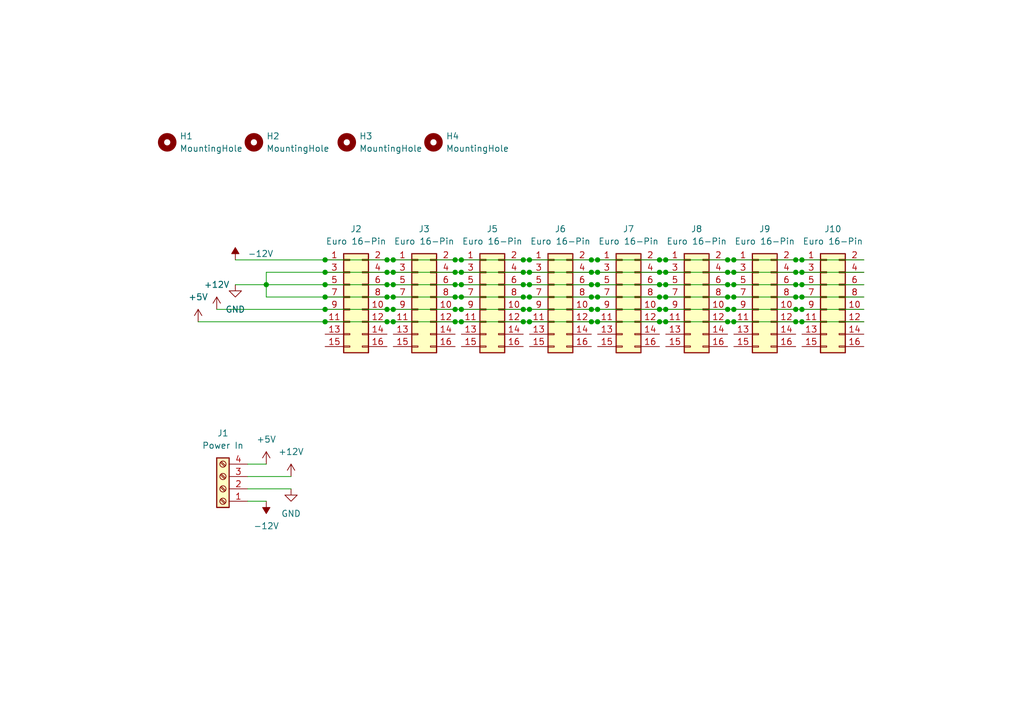
<source format=kicad_sch>
(kicad_sch (version 20211123) (generator eeschema)

  (uuid b7db7524-170e-431c-ba1e-1a5e0cbef8aa)

  (paper "A5")

  (title_block
    (title "Eurorack Bus Board Horizontal")
    (date "2022-11-07")
    (rev "1")
    (company "QuadratClown")
    (comment 1 "Made with focus on shallow skiffs, where each mm additional space matters.")
    (comment 2 "Minimalist eurorack bus-board with horizontal headers.")
  )

  (lib_symbols
    (symbol "Connector:Screw_Terminal_01x04" (pin_names (offset 1.016) hide) (in_bom yes) (on_board yes)
      (property "Reference" "J" (id 0) (at 0 5.08 0)
        (effects (font (size 1.27 1.27)))
      )
      (property "Value" "Screw_Terminal_01x04" (id 1) (at 0 -7.62 0)
        (effects (font (size 1.27 1.27)))
      )
      (property "Footprint" "" (id 2) (at 0 0 0)
        (effects (font (size 1.27 1.27)) hide)
      )
      (property "Datasheet" "~" (id 3) (at 0 0 0)
        (effects (font (size 1.27 1.27)) hide)
      )
      (property "ki_keywords" "screw terminal" (id 4) (at 0 0 0)
        (effects (font (size 1.27 1.27)) hide)
      )
      (property "ki_description" "Generic screw terminal, single row, 01x04, script generated (kicad-library-utils/schlib/autogen/connector/)" (id 5) (at 0 0 0)
        (effects (font (size 1.27 1.27)) hide)
      )
      (property "ki_fp_filters" "TerminalBlock*:*" (id 6) (at 0 0 0)
        (effects (font (size 1.27 1.27)) hide)
      )
      (symbol "Screw_Terminal_01x04_1_1"
        (rectangle (start -1.27 3.81) (end 1.27 -6.35)
          (stroke (width 0.254) (type default) (color 0 0 0 0))
          (fill (type background))
        )
        (circle (center 0 -5.08) (radius 0.635)
          (stroke (width 0.1524) (type default) (color 0 0 0 0))
          (fill (type none))
        )
        (circle (center 0 -2.54) (radius 0.635)
          (stroke (width 0.1524) (type default) (color 0 0 0 0))
          (fill (type none))
        )
        (polyline
          (pts
            (xy -0.5334 -4.7498)
            (xy 0.3302 -5.588)
          )
          (stroke (width 0.1524) (type default) (color 0 0 0 0))
          (fill (type none))
        )
        (polyline
          (pts
            (xy -0.5334 -2.2098)
            (xy 0.3302 -3.048)
          )
          (stroke (width 0.1524) (type default) (color 0 0 0 0))
          (fill (type none))
        )
        (polyline
          (pts
            (xy -0.5334 0.3302)
            (xy 0.3302 -0.508)
          )
          (stroke (width 0.1524) (type default) (color 0 0 0 0))
          (fill (type none))
        )
        (polyline
          (pts
            (xy -0.5334 2.8702)
            (xy 0.3302 2.032)
          )
          (stroke (width 0.1524) (type default) (color 0 0 0 0))
          (fill (type none))
        )
        (polyline
          (pts
            (xy -0.3556 -4.572)
            (xy 0.508 -5.4102)
          )
          (stroke (width 0.1524) (type default) (color 0 0 0 0))
          (fill (type none))
        )
        (polyline
          (pts
            (xy -0.3556 -2.032)
            (xy 0.508 -2.8702)
          )
          (stroke (width 0.1524) (type default) (color 0 0 0 0))
          (fill (type none))
        )
        (polyline
          (pts
            (xy -0.3556 0.508)
            (xy 0.508 -0.3302)
          )
          (stroke (width 0.1524) (type default) (color 0 0 0 0))
          (fill (type none))
        )
        (polyline
          (pts
            (xy -0.3556 3.048)
            (xy 0.508 2.2098)
          )
          (stroke (width 0.1524) (type default) (color 0 0 0 0))
          (fill (type none))
        )
        (circle (center 0 0) (radius 0.635)
          (stroke (width 0.1524) (type default) (color 0 0 0 0))
          (fill (type none))
        )
        (circle (center 0 2.54) (radius 0.635)
          (stroke (width 0.1524) (type default) (color 0 0 0 0))
          (fill (type none))
        )
        (pin passive line (at -5.08 2.54 0) (length 3.81)
          (name "Pin_1" (effects (font (size 1.27 1.27))))
          (number "1" (effects (font (size 1.27 1.27))))
        )
        (pin passive line (at -5.08 0 0) (length 3.81)
          (name "Pin_2" (effects (font (size 1.27 1.27))))
          (number "2" (effects (font (size 1.27 1.27))))
        )
        (pin passive line (at -5.08 -2.54 0) (length 3.81)
          (name "Pin_3" (effects (font (size 1.27 1.27))))
          (number "3" (effects (font (size 1.27 1.27))))
        )
        (pin passive line (at -5.08 -5.08 0) (length 3.81)
          (name "Pin_4" (effects (font (size 1.27 1.27))))
          (number "4" (effects (font (size 1.27 1.27))))
        )
      )
    )
    (symbol "Connector_Generic:Conn_02x08_Odd_Even" (pin_names (offset 1.016) hide) (in_bom yes) (on_board yes)
      (property "Reference" "J" (id 0) (at 1.27 10.16 0)
        (effects (font (size 1.27 1.27)))
      )
      (property "Value" "Conn_02x08_Odd_Even" (id 1) (at 1.27 -12.7 0)
        (effects (font (size 1.27 1.27)))
      )
      (property "Footprint" "" (id 2) (at 0 0 0)
        (effects (font (size 1.27 1.27)) hide)
      )
      (property "Datasheet" "~" (id 3) (at 0 0 0)
        (effects (font (size 1.27 1.27)) hide)
      )
      (property "ki_keywords" "connector" (id 4) (at 0 0 0)
        (effects (font (size 1.27 1.27)) hide)
      )
      (property "ki_description" "Generic connector, double row, 02x08, odd/even pin numbering scheme (row 1 odd numbers, row 2 even numbers), script generated (kicad-library-utils/schlib/autogen/connector/)" (id 5) (at 0 0 0)
        (effects (font (size 1.27 1.27)) hide)
      )
      (property "ki_fp_filters" "Connector*:*_2x??_*" (id 6) (at 0 0 0)
        (effects (font (size 1.27 1.27)) hide)
      )
      (symbol "Conn_02x08_Odd_Even_1_1"
        (rectangle (start -1.27 -10.033) (end 0 -10.287)
          (stroke (width 0.1524) (type default) (color 0 0 0 0))
          (fill (type none))
        )
        (rectangle (start -1.27 -7.493) (end 0 -7.747)
          (stroke (width 0.1524) (type default) (color 0 0 0 0))
          (fill (type none))
        )
        (rectangle (start -1.27 -4.953) (end 0 -5.207)
          (stroke (width 0.1524) (type default) (color 0 0 0 0))
          (fill (type none))
        )
        (rectangle (start -1.27 -2.413) (end 0 -2.667)
          (stroke (width 0.1524) (type default) (color 0 0 0 0))
          (fill (type none))
        )
        (rectangle (start -1.27 0.127) (end 0 -0.127)
          (stroke (width 0.1524) (type default) (color 0 0 0 0))
          (fill (type none))
        )
        (rectangle (start -1.27 2.667) (end 0 2.413)
          (stroke (width 0.1524) (type default) (color 0 0 0 0))
          (fill (type none))
        )
        (rectangle (start -1.27 5.207) (end 0 4.953)
          (stroke (width 0.1524) (type default) (color 0 0 0 0))
          (fill (type none))
        )
        (rectangle (start -1.27 7.747) (end 0 7.493)
          (stroke (width 0.1524) (type default) (color 0 0 0 0))
          (fill (type none))
        )
        (rectangle (start -1.27 8.89) (end 3.81 -11.43)
          (stroke (width 0.254) (type default) (color 0 0 0 0))
          (fill (type background))
        )
        (rectangle (start 3.81 -10.033) (end 2.54 -10.287)
          (stroke (width 0.1524) (type default) (color 0 0 0 0))
          (fill (type none))
        )
        (rectangle (start 3.81 -7.493) (end 2.54 -7.747)
          (stroke (width 0.1524) (type default) (color 0 0 0 0))
          (fill (type none))
        )
        (rectangle (start 3.81 -4.953) (end 2.54 -5.207)
          (stroke (width 0.1524) (type default) (color 0 0 0 0))
          (fill (type none))
        )
        (rectangle (start 3.81 -2.413) (end 2.54 -2.667)
          (stroke (width 0.1524) (type default) (color 0 0 0 0))
          (fill (type none))
        )
        (rectangle (start 3.81 0.127) (end 2.54 -0.127)
          (stroke (width 0.1524) (type default) (color 0 0 0 0))
          (fill (type none))
        )
        (rectangle (start 3.81 2.667) (end 2.54 2.413)
          (stroke (width 0.1524) (type default) (color 0 0 0 0))
          (fill (type none))
        )
        (rectangle (start 3.81 5.207) (end 2.54 4.953)
          (stroke (width 0.1524) (type default) (color 0 0 0 0))
          (fill (type none))
        )
        (rectangle (start 3.81 7.747) (end 2.54 7.493)
          (stroke (width 0.1524) (type default) (color 0 0 0 0))
          (fill (type none))
        )
        (pin passive line (at -5.08 7.62 0) (length 3.81)
          (name "Pin_1" (effects (font (size 1.27 1.27))))
          (number "1" (effects (font (size 1.27 1.27))))
        )
        (pin passive line (at 7.62 -2.54 180) (length 3.81)
          (name "Pin_10" (effects (font (size 1.27 1.27))))
          (number "10" (effects (font (size 1.27 1.27))))
        )
        (pin passive line (at -5.08 -5.08 0) (length 3.81)
          (name "Pin_11" (effects (font (size 1.27 1.27))))
          (number "11" (effects (font (size 1.27 1.27))))
        )
        (pin passive line (at 7.62 -5.08 180) (length 3.81)
          (name "Pin_12" (effects (font (size 1.27 1.27))))
          (number "12" (effects (font (size 1.27 1.27))))
        )
        (pin passive line (at -5.08 -7.62 0) (length 3.81)
          (name "Pin_13" (effects (font (size 1.27 1.27))))
          (number "13" (effects (font (size 1.27 1.27))))
        )
        (pin passive line (at 7.62 -7.62 180) (length 3.81)
          (name "Pin_14" (effects (font (size 1.27 1.27))))
          (number "14" (effects (font (size 1.27 1.27))))
        )
        (pin passive line (at -5.08 -10.16 0) (length 3.81)
          (name "Pin_15" (effects (font (size 1.27 1.27))))
          (number "15" (effects (font (size 1.27 1.27))))
        )
        (pin passive line (at 7.62 -10.16 180) (length 3.81)
          (name "Pin_16" (effects (font (size 1.27 1.27))))
          (number "16" (effects (font (size 1.27 1.27))))
        )
        (pin passive line (at 7.62 7.62 180) (length 3.81)
          (name "Pin_2" (effects (font (size 1.27 1.27))))
          (number "2" (effects (font (size 1.27 1.27))))
        )
        (pin passive line (at -5.08 5.08 0) (length 3.81)
          (name "Pin_3" (effects (font (size 1.27 1.27))))
          (number "3" (effects (font (size 1.27 1.27))))
        )
        (pin passive line (at 7.62 5.08 180) (length 3.81)
          (name "Pin_4" (effects (font (size 1.27 1.27))))
          (number "4" (effects (font (size 1.27 1.27))))
        )
        (pin passive line (at -5.08 2.54 0) (length 3.81)
          (name "Pin_5" (effects (font (size 1.27 1.27))))
          (number "5" (effects (font (size 1.27 1.27))))
        )
        (pin passive line (at 7.62 2.54 180) (length 3.81)
          (name "Pin_6" (effects (font (size 1.27 1.27))))
          (number "6" (effects (font (size 1.27 1.27))))
        )
        (pin passive line (at -5.08 0 0) (length 3.81)
          (name "Pin_7" (effects (font (size 1.27 1.27))))
          (number "7" (effects (font (size 1.27 1.27))))
        )
        (pin passive line (at 7.62 0 180) (length 3.81)
          (name "Pin_8" (effects (font (size 1.27 1.27))))
          (number "8" (effects (font (size 1.27 1.27))))
        )
        (pin passive line (at -5.08 -2.54 0) (length 3.81)
          (name "Pin_9" (effects (font (size 1.27 1.27))))
          (number "9" (effects (font (size 1.27 1.27))))
        )
      )
    )
    (symbol "Mechanical:MountingHole" (pin_names (offset 1.016)) (in_bom yes) (on_board yes)
      (property "Reference" "H" (id 0) (at 0 5.08 0)
        (effects (font (size 1.27 1.27)))
      )
      (property "Value" "MountingHole" (id 1) (at 0 3.175 0)
        (effects (font (size 1.27 1.27)))
      )
      (property "Footprint" "" (id 2) (at 0 0 0)
        (effects (font (size 1.27 1.27)) hide)
      )
      (property "Datasheet" "~" (id 3) (at 0 0 0)
        (effects (font (size 1.27 1.27)) hide)
      )
      (property "ki_keywords" "mounting hole" (id 4) (at 0 0 0)
        (effects (font (size 1.27 1.27)) hide)
      )
      (property "ki_description" "Mounting Hole without connection" (id 5) (at 0 0 0)
        (effects (font (size 1.27 1.27)) hide)
      )
      (property "ki_fp_filters" "MountingHole*" (id 6) (at 0 0 0)
        (effects (font (size 1.27 1.27)) hide)
      )
      (symbol "MountingHole_0_1"
        (circle (center 0 0) (radius 1.27)
          (stroke (width 1.27) (type default) (color 0 0 0 0))
          (fill (type none))
        )
      )
    )
    (symbol "power:+12V" (power) (pin_names (offset 0)) (in_bom yes) (on_board yes)
      (property "Reference" "#PWR" (id 0) (at 0 -3.81 0)
        (effects (font (size 1.27 1.27)) hide)
      )
      (property "Value" "+12V" (id 1) (at 0 3.556 0)
        (effects (font (size 1.27 1.27)))
      )
      (property "Footprint" "" (id 2) (at 0 0 0)
        (effects (font (size 1.27 1.27)) hide)
      )
      (property "Datasheet" "" (id 3) (at 0 0 0)
        (effects (font (size 1.27 1.27)) hide)
      )
      (property "ki_keywords" "power-flag" (id 4) (at 0 0 0)
        (effects (font (size 1.27 1.27)) hide)
      )
      (property "ki_description" "Power symbol creates a global label with name \"+12V\"" (id 5) (at 0 0 0)
        (effects (font (size 1.27 1.27)) hide)
      )
      (symbol "+12V_0_1"
        (polyline
          (pts
            (xy -0.762 1.27)
            (xy 0 2.54)
          )
          (stroke (width 0) (type default) (color 0 0 0 0))
          (fill (type none))
        )
        (polyline
          (pts
            (xy 0 0)
            (xy 0 2.54)
          )
          (stroke (width 0) (type default) (color 0 0 0 0))
          (fill (type none))
        )
        (polyline
          (pts
            (xy 0 2.54)
            (xy 0.762 1.27)
          )
          (stroke (width 0) (type default) (color 0 0 0 0))
          (fill (type none))
        )
      )
      (symbol "+12V_1_1"
        (pin power_in line (at 0 0 90) (length 0) hide
          (name "+12V" (effects (font (size 1.27 1.27))))
          (number "1" (effects (font (size 1.27 1.27))))
        )
      )
    )
    (symbol "power:+5V" (power) (pin_names (offset 0)) (in_bom yes) (on_board yes)
      (property "Reference" "#PWR" (id 0) (at 0 -3.81 0)
        (effects (font (size 1.27 1.27)) hide)
      )
      (property "Value" "+5V" (id 1) (at 0 3.556 0)
        (effects (font (size 1.27 1.27)))
      )
      (property "Footprint" "" (id 2) (at 0 0 0)
        (effects (font (size 1.27 1.27)) hide)
      )
      (property "Datasheet" "" (id 3) (at 0 0 0)
        (effects (font (size 1.27 1.27)) hide)
      )
      (property "ki_keywords" "power-flag" (id 4) (at 0 0 0)
        (effects (font (size 1.27 1.27)) hide)
      )
      (property "ki_description" "Power symbol creates a global label with name \"+5V\"" (id 5) (at 0 0 0)
        (effects (font (size 1.27 1.27)) hide)
      )
      (symbol "+5V_0_1"
        (polyline
          (pts
            (xy -0.762 1.27)
            (xy 0 2.54)
          )
          (stroke (width 0) (type default) (color 0 0 0 0))
          (fill (type none))
        )
        (polyline
          (pts
            (xy 0 0)
            (xy 0 2.54)
          )
          (stroke (width 0) (type default) (color 0 0 0 0))
          (fill (type none))
        )
        (polyline
          (pts
            (xy 0 2.54)
            (xy 0.762 1.27)
          )
          (stroke (width 0) (type default) (color 0 0 0 0))
          (fill (type none))
        )
      )
      (symbol "+5V_1_1"
        (pin power_in line (at 0 0 90) (length 0) hide
          (name "+5V" (effects (font (size 1.27 1.27))))
          (number "1" (effects (font (size 1.27 1.27))))
        )
      )
    )
    (symbol "power:-12V" (power) (pin_names (offset 0)) (in_bom yes) (on_board yes)
      (property "Reference" "#PWR" (id 0) (at 0 2.54 0)
        (effects (font (size 1.27 1.27)) hide)
      )
      (property "Value" "-12V" (id 1) (at 0 3.81 0)
        (effects (font (size 1.27 1.27)))
      )
      (property "Footprint" "" (id 2) (at 0 0 0)
        (effects (font (size 1.27 1.27)) hide)
      )
      (property "Datasheet" "" (id 3) (at 0 0 0)
        (effects (font (size 1.27 1.27)) hide)
      )
      (property "ki_keywords" "power-flag" (id 4) (at 0 0 0)
        (effects (font (size 1.27 1.27)) hide)
      )
      (property "ki_description" "Power symbol creates a global label with name \"-12V\"" (id 5) (at 0 0 0)
        (effects (font (size 1.27 1.27)) hide)
      )
      (symbol "-12V_0_0"
        (pin power_in line (at 0 0 90) (length 0) hide
          (name "-12V" (effects (font (size 1.27 1.27))))
          (number "1" (effects (font (size 1.27 1.27))))
        )
      )
      (symbol "-12V_0_1"
        (polyline
          (pts
            (xy 0 0)
            (xy 0 1.27)
            (xy 0.762 1.27)
            (xy 0 2.54)
            (xy -0.762 1.27)
            (xy 0 1.27)
          )
          (stroke (width 0) (type default) (color 0 0 0 0))
          (fill (type outline))
        )
      )
    )
    (symbol "power:GND" (power) (pin_names (offset 0)) (in_bom yes) (on_board yes)
      (property "Reference" "#PWR" (id 0) (at 0 -6.35 0)
        (effects (font (size 1.27 1.27)) hide)
      )
      (property "Value" "GND" (id 1) (at 0 -3.81 0)
        (effects (font (size 1.27 1.27)))
      )
      (property "Footprint" "" (id 2) (at 0 0 0)
        (effects (font (size 1.27 1.27)) hide)
      )
      (property "Datasheet" "" (id 3) (at 0 0 0)
        (effects (font (size 1.27 1.27)) hide)
      )
      (property "ki_keywords" "power-flag" (id 4) (at 0 0 0)
        (effects (font (size 1.27 1.27)) hide)
      )
      (property "ki_description" "Power symbol creates a global label with name \"GND\" , ground" (id 5) (at 0 0 0)
        (effects (font (size 1.27 1.27)) hide)
      )
      (symbol "GND_0_1"
        (polyline
          (pts
            (xy 0 0)
            (xy 0 -1.27)
            (xy 1.27 -1.27)
            (xy 0 -2.54)
            (xy -1.27 -1.27)
            (xy 0 -1.27)
          )
          (stroke (width 0) (type default) (color 0 0 0 0))
          (fill (type none))
        )
      )
      (symbol "GND_1_1"
        (pin power_in line (at 0 0 270) (length 0) hide
          (name "GND" (effects (font (size 1.27 1.27))))
          (number "1" (effects (font (size 1.27 1.27))))
        )
      )
    )
  )

  (junction (at 149.225 66.04) (diameter 0) (color 0 0 0 0)
    (uuid 0545fc61-f228-4235-8bc3-9d87832cc895)
  )
  (junction (at 93.345 60.96) (diameter 0) (color 0 0 0 0)
    (uuid 056244b4-782b-4b6e-ba90-d2e1511d2219)
  )
  (junction (at 122.555 58.42) (diameter 0) (color 0 0 0 0)
    (uuid 05c541dc-d538-4067-99f1-aa40a5f19ec7)
  )
  (junction (at 121.285 66.04) (diameter 0) (color 0 0 0 0)
    (uuid 0ab5c60b-f9f7-4738-88d3-4b5882a49dea)
  )
  (junction (at 108.585 60.96) (diameter 0) (color 0 0 0 0)
    (uuid 0ae08582-466e-429b-a75e-dd2defdcf77f)
  )
  (junction (at 108.585 55.88) (diameter 0) (color 0 0 0 0)
    (uuid 0b364baa-c7d8-4ec4-935f-5162df8142b1)
  )
  (junction (at 122.555 60.96) (diameter 0) (color 0 0 0 0)
    (uuid 0bd80521-391a-44c7-bdc8-267122344817)
  )
  (junction (at 163.195 53.34) (diameter 0) (color 0 0 0 0)
    (uuid 0da646d6-18be-427b-bc99-661242c18bcb)
  )
  (junction (at 108.585 53.34) (diameter 0) (color 0 0 0 0)
    (uuid 0f0b90ed-ded0-4d03-90ce-6fee61ad0de8)
  )
  (junction (at 121.285 60.96) (diameter 0) (color 0 0 0 0)
    (uuid 11c66d9d-29df-4145-8f3c-37baa7d8983f)
  )
  (junction (at 135.255 63.5) (diameter 0) (color 0 0 0 0)
    (uuid 1276d934-8177-4be4-bcd5-a48ef615db4e)
  )
  (junction (at 79.375 60.96) (diameter 0) (color 0 0 0 0)
    (uuid 1cbc8570-6077-4a0c-8f74-7bf0dc51b0ae)
  )
  (junction (at 107.315 53.34) (diameter 0) (color 0 0 0 0)
    (uuid 21f94ac2-c128-4a36-829e-c5b8497f7f58)
  )
  (junction (at 107.315 60.96) (diameter 0) (color 0 0 0 0)
    (uuid 261046f5-8dea-4dbe-bbc8-b5ca6e29690d)
  )
  (junction (at 121.285 58.42) (diameter 0) (color 0 0 0 0)
    (uuid 2bcd7c1c-f822-4cce-9481-45c3fd4ab47d)
  )
  (junction (at 107.315 58.42) (diameter 0) (color 0 0 0 0)
    (uuid 3c293e50-723e-4511-9916-daa1b88b2a2b)
  )
  (junction (at 164.465 60.96) (diameter 0) (color 0 0 0 0)
    (uuid 3cdba548-b83f-473b-9060-576f47a5187e)
  )
  (junction (at 93.345 63.5) (diameter 0) (color 0 0 0 0)
    (uuid 3e63b5c7-14de-4e31-a7e1-50ccf12fab0c)
  )
  (junction (at 150.495 53.34) (diameter 0) (color 0 0 0 0)
    (uuid 42e40ec8-0296-44c3-ac34-e9ea6e82fd23)
  )
  (junction (at 136.525 55.88) (diameter 0) (color 0 0 0 0)
    (uuid 42e8582d-4831-4084-882c-57358edfacbd)
  )
  (junction (at 107.315 55.88) (diameter 0) (color 0 0 0 0)
    (uuid 4a060b2b-eb0e-4365-92d8-633215f475f1)
  )
  (junction (at 54.61 58.42) (diameter 0) (color 0 0 0 0)
    (uuid 4a71ca1d-8c98-4925-8587-b3d5cf0c6c96)
  )
  (junction (at 107.315 66.04) (diameter 0) (color 0 0 0 0)
    (uuid 4f879516-4a84-4db3-be92-c685d5e5a4dc)
  )
  (junction (at 93.345 58.42) (diameter 0) (color 0 0 0 0)
    (uuid 5071d3d8-892e-443f-a709-e0be394922d4)
  )
  (junction (at 66.675 55.88) (diameter 0) (color 0 0 0 0)
    (uuid 51685e16-c56a-4107-90b9-fc766dfc16ef)
  )
  (junction (at 136.525 58.42) (diameter 0) (color 0 0 0 0)
    (uuid 5245e777-447b-4a1d-8d9f-f47bcc30d4d2)
  )
  (junction (at 149.225 58.42) (diameter 0) (color 0 0 0 0)
    (uuid 55798b22-2a23-4e49-adaa-084d23016643)
  )
  (junction (at 79.375 66.04) (diameter 0) (color 0 0 0 0)
    (uuid 55f71824-993f-4635-95ce-cf24f6c6cd14)
  )
  (junction (at 121.285 53.34) (diameter 0) (color 0 0 0 0)
    (uuid 57202f5b-3e57-4803-8e0a-3050d97b89ae)
  )
  (junction (at 94.615 60.96) (diameter 0) (color 0 0 0 0)
    (uuid 58e06722-d1b6-4ec5-9aa8-9408e5d24865)
  )
  (junction (at 135.255 66.04) (diameter 0) (color 0 0 0 0)
    (uuid 5bf5f0b9-31aa-4be1-ae8c-03f29ee958fb)
  )
  (junction (at 80.645 55.88) (diameter 0) (color 0 0 0 0)
    (uuid 5c11c0b6-5520-4261-975b-5ea40312d9b2)
  )
  (junction (at 150.495 55.88) (diameter 0) (color 0 0 0 0)
    (uuid 60031a4a-1c45-4b8a-8428-66343d3551b6)
  )
  (junction (at 94.615 53.34) (diameter 0) (color 0 0 0 0)
    (uuid 629f6c6a-43bc-41ea-855f-577b7362e0ff)
  )
  (junction (at 163.195 58.42) (diameter 0) (color 0 0 0 0)
    (uuid 62ea78c8-add7-48e7-ab9d-acf53503489b)
  )
  (junction (at 93.345 53.34) (diameter 0) (color 0 0 0 0)
    (uuid 64420f99-9dfc-492c-a163-3ae4d1ee0e20)
  )
  (junction (at 135.255 58.42) (diameter 0) (color 0 0 0 0)
    (uuid 65bf3158-f475-4592-ad02-c7c9a5d1cbdc)
  )
  (junction (at 136.525 66.04) (diameter 0) (color 0 0 0 0)
    (uuid 69a84ad1-e1c3-4e6d-9f6c-70c2f008672c)
  )
  (junction (at 94.615 58.42) (diameter 0) (color 0 0 0 0)
    (uuid 6b0610f9-1d74-410f-ab18-6addec834c53)
  )
  (junction (at 164.465 58.42) (diameter 0) (color 0 0 0 0)
    (uuid 6ef8fcea-ae3f-4a59-8c05-9aa88922e192)
  )
  (junction (at 66.675 66.04) (diameter 0) (color 0 0 0 0)
    (uuid 719dc594-19a8-4f69-9582-555fea3d2178)
  )
  (junction (at 80.645 58.42) (diameter 0) (color 0 0 0 0)
    (uuid 72e00d4c-8fb4-4fb3-a322-bd8c560bcb30)
  )
  (junction (at 79.375 53.34) (diameter 0) (color 0 0 0 0)
    (uuid 78ce68a0-5e44-4238-ad5c-d88afb66ecaa)
  )
  (junction (at 66.675 63.5) (diameter 0) (color 0 0 0 0)
    (uuid 7d329339-c275-43da-88e5-137ba7fc8af7)
  )
  (junction (at 150.495 60.96) (diameter 0) (color 0 0 0 0)
    (uuid 7d707a3f-9fa0-406b-aff7-46b0db7135d6)
  )
  (junction (at 163.195 55.88) (diameter 0) (color 0 0 0 0)
    (uuid 8351044c-e84a-4cd9-ac75-1ae325febe18)
  )
  (junction (at 163.195 63.5) (diameter 0) (color 0 0 0 0)
    (uuid 86440a01-cfbd-4a9f-b4a3-a087f5869b00)
  )
  (junction (at 149.225 53.34) (diameter 0) (color 0 0 0 0)
    (uuid 8a3693a5-cd57-4098-9bf1-54ef0d6aa640)
  )
  (junction (at 93.345 66.04) (diameter 0) (color 0 0 0 0)
    (uuid 97ef68f0-8db2-4c99-a3f1-cc4010fe9a8f)
  )
  (junction (at 135.255 60.96) (diameter 0) (color 0 0 0 0)
    (uuid 9a32b665-40c9-4136-ac1a-ca9a831bf1b1)
  )
  (junction (at 108.585 58.42) (diameter 0) (color 0 0 0 0)
    (uuid 9b74bde7-310a-4f1f-9d7f-fff22234e2eb)
  )
  (junction (at 164.465 66.04) (diameter 0) (color 0 0 0 0)
    (uuid a2c7eb8b-7145-4868-b7bc-0e548f0ae1ea)
  )
  (junction (at 149.225 55.88) (diameter 0) (color 0 0 0 0)
    (uuid a3b85fa0-3359-488d-9201-f52ffc87826d)
  )
  (junction (at 66.675 53.34) (diameter 0) (color 0 0 0 0)
    (uuid a6cad993-2422-4364-8096-2078a759cb6f)
  )
  (junction (at 80.645 60.96) (diameter 0) (color 0 0 0 0)
    (uuid a773a48b-759f-4a00-a8ce-62545eb66340)
  )
  (junction (at 79.375 63.5) (diameter 0) (color 0 0 0 0)
    (uuid ae7abede-f5ae-426b-af4f-404a88f1176d)
  )
  (junction (at 149.225 60.96) (diameter 0) (color 0 0 0 0)
    (uuid b0528915-ccd1-4439-aa8e-db0336d28bbe)
  )
  (junction (at 94.615 66.04) (diameter 0) (color 0 0 0 0)
    (uuid b0e86935-ed76-4e94-94c4-17425f653ccd)
  )
  (junction (at 93.345 55.88) (diameter 0) (color 0 0 0 0)
    (uuid b1133c1f-a1d0-41f5-abf6-837f50722d8b)
  )
  (junction (at 66.675 60.96) (diameter 0) (color 0 0 0 0)
    (uuid b2d3961c-eec5-4e74-8c6e-4a45feaef9f0)
  )
  (junction (at 136.525 63.5) (diameter 0) (color 0 0 0 0)
    (uuid b3004e21-bdee-45e0-9bb9-6657b3e63491)
  )
  (junction (at 135.255 55.88) (diameter 0) (color 0 0 0 0)
    (uuid b58466f9-63e4-45d7-89ec-ed59375ccba7)
  )
  (junction (at 122.555 55.88) (diameter 0) (color 0 0 0 0)
    (uuid ba49aa8d-3a4e-406d-91bb-8e5b2767d41e)
  )
  (junction (at 163.195 60.96) (diameter 0) (color 0 0 0 0)
    (uuid c103a26c-c04b-4d02-ad3f-04855e4b29db)
  )
  (junction (at 94.615 63.5) (diameter 0) (color 0 0 0 0)
    (uuid c13eeda9-9f3f-4d4f-a5f2-c6a0b8d52b92)
  )
  (junction (at 94.615 55.88) (diameter 0) (color 0 0 0 0)
    (uuid c3bd56a4-c888-4a4b-9f67-4af2594df38f)
  )
  (junction (at 80.645 63.5) (diameter 0) (color 0 0 0 0)
    (uuid c910ab7b-420f-4ee6-aa58-36540e1fb0de)
  )
  (junction (at 135.255 53.34) (diameter 0) (color 0 0 0 0)
    (uuid ced1e918-788c-47f1-93c2-db5382a21ba4)
  )
  (junction (at 149.225 63.5) (diameter 0) (color 0 0 0 0)
    (uuid d2ffd12e-d1d5-4ea7-be1f-915519e8d95a)
  )
  (junction (at 107.315 63.5) (diameter 0) (color 0 0 0 0)
    (uuid d3e52c7e-abac-4070-a6f8-5f3e79c3c363)
  )
  (junction (at 79.375 55.88) (diameter 0) (color 0 0 0 0)
    (uuid d7e1fb39-a384-4fdb-b1a8-33f80f17ec2f)
  )
  (junction (at 136.525 53.34) (diameter 0) (color 0 0 0 0)
    (uuid d87527bd-6b42-40f2-ad7e-852c3e75fc72)
  )
  (junction (at 79.375 58.42) (diameter 0) (color 0 0 0 0)
    (uuid d8c1a070-d8d0-4eba-80bd-400972266c26)
  )
  (junction (at 121.285 55.88) (diameter 0) (color 0 0 0 0)
    (uuid d96880e0-3d77-49a6-9b93-849cce24062a)
  )
  (junction (at 122.555 66.04) (diameter 0) (color 0 0 0 0)
    (uuid dcf7d5aa-370e-427e-a1d8-cde3f6ca22cc)
  )
  (junction (at 164.465 53.34) (diameter 0) (color 0 0 0 0)
    (uuid dd567cc3-5227-4163-868a-1d6b8fef82bc)
  )
  (junction (at 164.465 55.88) (diameter 0) (color 0 0 0 0)
    (uuid de635956-5ff0-4df9-b5ff-7b3fc1ef0758)
  )
  (junction (at 122.555 63.5) (diameter 0) (color 0 0 0 0)
    (uuid de670660-555f-4955-9c2d-01f7d34b2405)
  )
  (junction (at 121.285 63.5) (diameter 0) (color 0 0 0 0)
    (uuid e24a861d-b263-43da-8c68-91b90f780465)
  )
  (junction (at 108.585 66.04) (diameter 0) (color 0 0 0 0)
    (uuid e36c9dbb-2c27-4d90-9df0-40de86b0b405)
  )
  (junction (at 122.555 53.34) (diameter 0) (color 0 0 0 0)
    (uuid e952322a-7f1d-4442-b2cb-200851adc97a)
  )
  (junction (at 164.465 63.5) (diameter 0) (color 0 0 0 0)
    (uuid e9b877c3-a9e9-4e73-9b33-4ae50599a574)
  )
  (junction (at 80.645 66.04) (diameter 0) (color 0 0 0 0)
    (uuid ea91e57d-a40b-43b5-b37a-e1118f9ee3eb)
  )
  (junction (at 150.495 63.5) (diameter 0) (color 0 0 0 0)
    (uuid eab45b64-b311-4b0c-928a-6b28cdd0ac00)
  )
  (junction (at 136.525 60.96) (diameter 0) (color 0 0 0 0)
    (uuid ef57cfb9-1220-4106-9f4b-c7611d652afc)
  )
  (junction (at 66.675 58.42) (diameter 0) (color 0 0 0 0)
    (uuid efdfffb5-7fd6-4f6e-a2c3-327b8a83b21d)
  )
  (junction (at 150.495 66.04) (diameter 0) (color 0 0 0 0)
    (uuid f1aae210-6cea-4ff7-94cd-264fb03a72ec)
  )
  (junction (at 150.495 58.42) (diameter 0) (color 0 0 0 0)
    (uuid f1f50e08-5c70-48cb-8890-1c091e74d407)
  )
  (junction (at 108.585 63.5) (diameter 0) (color 0 0 0 0)
    (uuid f63ddd7f-200c-4b14-90ba-d61651ad9914)
  )
  (junction (at 163.195 66.04) (diameter 0) (color 0 0 0 0)
    (uuid faca2853-79b6-4777-870c-63555907dcc2)
  )
  (junction (at 80.645 53.34) (diameter 0) (color 0 0 0 0)
    (uuid fc817989-50d8-4555-93c5-695c9d3be834)
  )

  (wire (pts (xy 164.465 60.96) (xy 163.195 60.96))
    (stroke (width 0) (type default) (color 0 0 0 0))
    (uuid 02052122-df80-4c45-9127-1b078d47994b)
  )
  (wire (pts (xy 93.345 55.88) (xy 94.615 55.88))
    (stroke (width 0) (type default) (color 0 0 0 0))
    (uuid 03268d63-11ef-442a-9ae1-385f65e666f1)
  )
  (wire (pts (xy 108.585 66.04) (xy 121.285 66.04))
    (stroke (width 0) (type default) (color 0 0 0 0))
    (uuid 04e66afc-2478-400e-8192-acc6b0c4d6f4)
  )
  (wire (pts (xy 108.585 55.88) (xy 121.285 55.88))
    (stroke (width 0) (type default) (color 0 0 0 0))
    (uuid 05f6e117-82c0-49d2-8d7f-0867c8c5745e)
  )
  (wire (pts (xy 107.315 66.04) (xy 108.585 66.04))
    (stroke (width 0) (type default) (color 0 0 0 0))
    (uuid 06cdea42-f8e7-4fba-861e-5784ac600110)
  )
  (wire (pts (xy 66.675 58.42) (xy 79.375 58.42))
    (stroke (width 0) (type default) (color 0 0 0 0))
    (uuid 0a93ce2d-b10a-4c7e-910c-cfb711b278f1)
  )
  (wire (pts (xy 50.8 97.79) (xy 59.69 97.79))
    (stroke (width 0) (type default) (color 0 0 0 0))
    (uuid 0b11c468-369b-42d3-a92e-52a78f170fac)
  )
  (wire (pts (xy 93.345 60.96) (xy 94.615 60.96))
    (stroke (width 0) (type default) (color 0 0 0 0))
    (uuid 0b3b09e8-f07a-4562-a7fe-4fdb5ea047a2)
  )
  (wire (pts (xy 80.645 53.34) (xy 93.345 53.34))
    (stroke (width 0) (type default) (color 0 0 0 0))
    (uuid 0d21437b-335a-4e6e-b5fb-92664c20f46f)
  )
  (wire (pts (xy 93.345 66.04) (xy 94.615 66.04))
    (stroke (width 0) (type default) (color 0 0 0 0))
    (uuid 0fda579c-5ab1-4b53-8566-d9aea004e061)
  )
  (wire (pts (xy 94.615 58.42) (xy 107.315 58.42))
    (stroke (width 0) (type default) (color 0 0 0 0))
    (uuid 108d9010-1707-45cd-81a1-868ef160cb3d)
  )
  (wire (pts (xy 94.615 63.5) (xy 107.315 63.5))
    (stroke (width 0) (type default) (color 0 0 0 0))
    (uuid 126e108a-6822-4eae-a718-658f40b8727f)
  )
  (wire (pts (xy 79.375 66.04) (xy 80.645 66.04))
    (stroke (width 0) (type default) (color 0 0 0 0))
    (uuid 13dc572b-a931-4dcf-a0c6-86219266109c)
  )
  (wire (pts (xy 48.26 58.42) (xy 54.61 58.42))
    (stroke (width 0) (type default) (color 0 0 0 0))
    (uuid 17e8c07e-a4cf-4384-9b6e-78e475c69b7a)
  )
  (wire (pts (xy 107.315 60.96) (xy 108.585 60.96))
    (stroke (width 0) (type default) (color 0 0 0 0))
    (uuid 1c23bf0f-1b05-49d8-8d9b-9a73006b2825)
  )
  (wire (pts (xy 66.675 58.42) (xy 54.61 58.42))
    (stroke (width 0) (type default) (color 0 0 0 0))
    (uuid 1cbc75ad-0602-45e5-a982-f39546075ae3)
  )
  (wire (pts (xy 135.255 60.96) (xy 136.525 60.96))
    (stroke (width 0) (type default) (color 0 0 0 0))
    (uuid 1dae2a25-9283-4abc-bff3-90644c0af916)
  )
  (wire (pts (xy 164.465 55.88) (xy 177.165 55.88))
    (stroke (width 0) (type default) (color 0 0 0 0))
    (uuid 2200e5a0-ad32-45de-bd02-ae4667fd8e27)
  )
  (wire (pts (xy 93.345 63.5) (xy 94.615 63.5))
    (stroke (width 0) (type default) (color 0 0 0 0))
    (uuid 25ea83d7-14e4-4d7a-ac9d-7a9505f19f16)
  )
  (wire (pts (xy 136.525 53.34) (xy 149.225 53.34))
    (stroke (width 0) (type default) (color 0 0 0 0))
    (uuid 2b0701f4-e387-4b83-9097-acaf5c02fe0f)
  )
  (wire (pts (xy 121.285 63.5) (xy 122.555 63.5))
    (stroke (width 0) (type default) (color 0 0 0 0))
    (uuid 2ed7eb1a-7e7e-4013-a754-41fc54eb2207)
  )
  (wire (pts (xy 150.495 60.96) (xy 163.195 60.96))
    (stroke (width 0) (type default) (color 0 0 0 0))
    (uuid 34a2aab7-f10a-441d-a6de-4d5f10c88d88)
  )
  (wire (pts (xy 164.465 66.04) (xy 177.165 66.04))
    (stroke (width 0) (type default) (color 0 0 0 0))
    (uuid 3ab83006-e664-4504-8302-c07a9a41dfc6)
  )
  (wire (pts (xy 136.525 58.42) (xy 149.225 58.42))
    (stroke (width 0) (type default) (color 0 0 0 0))
    (uuid 3e6e6026-42a3-4691-a6bf-a487709dd358)
  )
  (wire (pts (xy 66.675 66.04) (xy 79.375 66.04))
    (stroke (width 0) (type default) (color 0 0 0 0))
    (uuid 40eaff6c-653d-42ee-b221-75349f562e91)
  )
  (wire (pts (xy 122.555 63.5) (xy 135.255 63.5))
    (stroke (width 0) (type default) (color 0 0 0 0))
    (uuid 42bcf45d-4fc1-4391-97f9-26031aa2dd56)
  )
  (wire (pts (xy 164.465 58.42) (xy 177.165 58.42))
    (stroke (width 0) (type default) (color 0 0 0 0))
    (uuid 466afe3c-f226-4bb3-8a39-10727798d82e)
  )
  (wire (pts (xy 121.285 66.04) (xy 122.555 66.04))
    (stroke (width 0) (type default) (color 0 0 0 0))
    (uuid 486c59d5-eb06-4d8c-83c7-28a3e43fd4da)
  )
  (wire (pts (xy 79.375 55.88) (xy 80.645 55.88))
    (stroke (width 0) (type default) (color 0 0 0 0))
    (uuid 4b8799aa-9a1f-4878-86b9-52691b137193)
  )
  (wire (pts (xy 107.315 53.34) (xy 108.585 53.34))
    (stroke (width 0) (type default) (color 0 0 0 0))
    (uuid 4ccc6398-b1dc-4b42-91e9-3d7dd2c5b9e9)
  )
  (wire (pts (xy 164.465 63.5) (xy 177.165 63.5))
    (stroke (width 0) (type default) (color 0 0 0 0))
    (uuid 533840b0-333f-4ce2-888a-7bfad986d902)
  )
  (wire (pts (xy 121.285 53.34) (xy 122.555 53.34))
    (stroke (width 0) (type default) (color 0 0 0 0))
    (uuid 5e377886-e1bb-4676-9ddf-5695a26a951c)
  )
  (wire (pts (xy 54.61 55.88) (xy 54.61 58.42))
    (stroke (width 0) (type default) (color 0 0 0 0))
    (uuid 5ffbac3c-1f71-47d9-9628-b7838eb6a613)
  )
  (wire (pts (xy 50.8 102.87) (xy 54.61 102.87))
    (stroke (width 0) (type default) (color 0 0 0 0))
    (uuid 618271eb-d7e8-4c95-9a11-d0929698c2e2)
  )
  (wire (pts (xy 108.585 60.96) (xy 121.285 60.96))
    (stroke (width 0) (type default) (color 0 0 0 0))
    (uuid 62b28114-cc26-46db-a6d9-4632403da14d)
  )
  (wire (pts (xy 121.285 55.88) (xy 122.555 55.88))
    (stroke (width 0) (type default) (color 0 0 0 0))
    (uuid 630dd9b0-cb67-4fac-b74e-117bc032e9a7)
  )
  (wire (pts (xy 164.465 58.42) (xy 163.195 58.42))
    (stroke (width 0) (type default) (color 0 0 0 0))
    (uuid 6abd600b-c1be-4973-98b2-e42b7c7d8c31)
  )
  (wire (pts (xy 80.645 60.96) (xy 93.345 60.96))
    (stroke (width 0) (type default) (color 0 0 0 0))
    (uuid 6be7bcfc-66a7-4314-b39b-f7371904a994)
  )
  (wire (pts (xy 80.645 66.04) (xy 93.345 66.04))
    (stroke (width 0) (type default) (color 0 0 0 0))
    (uuid 6c91d1cf-d927-4734-a1c7-336c6c73b358)
  )
  (wire (pts (xy 93.345 53.34) (xy 94.615 53.34))
    (stroke (width 0) (type default) (color 0 0 0 0))
    (uuid 6efe0832-cbd1-4935-befc-012d6101080a)
  )
  (wire (pts (xy 66.675 55.88) (xy 54.61 55.88))
    (stroke (width 0) (type default) (color 0 0 0 0))
    (uuid 6f42057a-f031-40e2-9142-9dd5644d54b0)
  )
  (wire (pts (xy 136.525 66.04) (xy 149.225 66.04))
    (stroke (width 0) (type default) (color 0 0 0 0))
    (uuid 726a5690-1a6a-4a31-97ca-636bc638d451)
  )
  (wire (pts (xy 122.555 60.96) (xy 135.255 60.96))
    (stroke (width 0) (type default) (color 0 0 0 0))
    (uuid 73d18f9f-ea6f-4607-9122-9a5cac5d49f1)
  )
  (wire (pts (xy 79.375 63.5) (xy 80.645 63.5))
    (stroke (width 0) (type default) (color 0 0 0 0))
    (uuid 7584c897-8ae7-405a-a23b-0a18ed7fa21a)
  )
  (wire (pts (xy 48.26 53.34) (xy 66.675 53.34))
    (stroke (width 0) (type default) (color 0 0 0 0))
    (uuid 76993a99-aa0e-4071-9de2-b9d6b46496a5)
  )
  (wire (pts (xy 150.495 66.04) (xy 163.195 66.04))
    (stroke (width 0) (type default) (color 0 0 0 0))
    (uuid 76c4bd01-cb4f-49f3-965e-ed4f1ae95c5e)
  )
  (wire (pts (xy 66.675 60.96) (xy 79.375 60.96))
    (stroke (width 0) (type default) (color 0 0 0 0))
    (uuid 79f8cba9-b2c2-421e-92ff-991506808b55)
  )
  (wire (pts (xy 50.8 95.25) (xy 54.61 95.25))
    (stroke (width 0) (type default) (color 0 0 0 0))
    (uuid 7a0fcca8-6a6f-42cf-ba8c-2954f9d3092c)
  )
  (wire (pts (xy 164.465 53.34) (xy 177.165 53.34))
    (stroke (width 0) (type default) (color 0 0 0 0))
    (uuid 7ad22b82-359e-425c-9ac8-ce3554ee155a)
  )
  (wire (pts (xy 135.255 66.04) (xy 136.525 66.04))
    (stroke (width 0) (type default) (color 0 0 0 0))
    (uuid 7bf9530b-06c6-4ae5-a90d-919ad1abf7c9)
  )
  (wire (pts (xy 149.225 53.34) (xy 150.495 53.34))
    (stroke (width 0) (type default) (color 0 0 0 0))
    (uuid 7d4c142c-77be-477e-81e0-2abcf2f55a66)
  )
  (wire (pts (xy 108.585 63.5) (xy 121.285 63.5))
    (stroke (width 0) (type default) (color 0 0 0 0))
    (uuid 7ea84cfc-fb3f-4a9f-9e5c-6559523d4231)
  )
  (wire (pts (xy 94.615 66.04) (xy 107.315 66.04))
    (stroke (width 0) (type default) (color 0 0 0 0))
    (uuid 80c90b64-660b-47bf-9c8b-90bae1ed7fb4)
  )
  (wire (pts (xy 94.615 55.88) (xy 107.315 55.88))
    (stroke (width 0) (type default) (color 0 0 0 0))
    (uuid 82e5e4fb-e30e-4de5-b180-d8a01365ae24)
  )
  (wire (pts (xy 54.61 58.42) (xy 54.61 60.96))
    (stroke (width 0) (type default) (color 0 0 0 0))
    (uuid 839aeb54-67f8-43f1-a8cc-a10f550541c2)
  )
  (wire (pts (xy 150.495 53.34) (xy 163.195 53.34))
    (stroke (width 0) (type default) (color 0 0 0 0))
    (uuid 864ca123-44ac-4bb5-a3d7-dc7822dbc294)
  )
  (wire (pts (xy 54.61 60.96) (xy 66.675 60.96))
    (stroke (width 0) (type default) (color 0 0 0 0))
    (uuid 877cb225-4dfb-44b6-b828-8168d84089a2)
  )
  (wire (pts (xy 164.465 53.34) (xy 163.195 53.34))
    (stroke (width 0) (type default) (color 0 0 0 0))
    (uuid 87eda7c5-13cf-4970-999e-cc5700ef2112)
  )
  (wire (pts (xy 122.555 66.04) (xy 135.255 66.04))
    (stroke (width 0) (type default) (color 0 0 0 0))
    (uuid 8898645b-eae3-441b-aaee-03194dc1a369)
  )
  (wire (pts (xy 122.555 53.34) (xy 135.255 53.34))
    (stroke (width 0) (type default) (color 0 0 0 0))
    (uuid 8a573565-e433-4623-834f-5505e6be1fb6)
  )
  (wire (pts (xy 135.255 53.34) (xy 136.525 53.34))
    (stroke (width 0) (type default) (color 0 0 0 0))
    (uuid 8ce9d781-75bf-419c-ab11-029ee67dd0ff)
  )
  (wire (pts (xy 164.465 63.5) (xy 163.195 63.5))
    (stroke (width 0) (type default) (color 0 0 0 0))
    (uuid 90f4a887-faea-4c69-a0af-0d8fe86d677c)
  )
  (wire (pts (xy 149.225 63.5) (xy 150.495 63.5))
    (stroke (width 0) (type default) (color 0 0 0 0))
    (uuid 9da7d636-5932-4e49-9e59-c6105dff4bf7)
  )
  (wire (pts (xy 66.675 53.34) (xy 79.375 53.34))
    (stroke (width 0) (type default) (color 0 0 0 0))
    (uuid a0a36433-ee07-4eed-be02-830401b43bf9)
  )
  (wire (pts (xy 121.285 58.42) (xy 122.555 58.42))
    (stroke (width 0) (type default) (color 0 0 0 0))
    (uuid a6111d24-4769-47a7-964a-4fe538e2dba1)
  )
  (wire (pts (xy 50.8 100.33) (xy 59.69 100.33))
    (stroke (width 0) (type default) (color 0 0 0 0))
    (uuid b03974f1-d8ad-4a2e-88eb-2e4005855024)
  )
  (wire (pts (xy 107.315 55.88) (xy 108.585 55.88))
    (stroke (width 0) (type default) (color 0 0 0 0))
    (uuid b6767de3-c956-4d72-9404-3019054565a5)
  )
  (wire (pts (xy 79.375 58.42) (xy 80.645 58.42))
    (stroke (width 0) (type default) (color 0 0 0 0))
    (uuid b6a5b4ea-5758-4277-b090-7b7b148fc0f3)
  )
  (wire (pts (xy 149.225 58.42) (xy 150.495 58.42))
    (stroke (width 0) (type default) (color 0 0 0 0))
    (uuid b7639618-95cf-4444-b872-4b1d50317203)
  )
  (wire (pts (xy 79.375 53.34) (xy 80.645 53.34))
    (stroke (width 0) (type default) (color 0 0 0 0))
    (uuid b815e900-b8d9-4dc8-9013-6e8312445686)
  )
  (wire (pts (xy 66.675 63.5) (xy 79.375 63.5))
    (stroke (width 0) (type default) (color 0 0 0 0))
    (uuid bf603b2e-cc9a-4f77-a4af-34cf5de969ea)
  )
  (wire (pts (xy 108.585 53.34) (xy 121.285 53.34))
    (stroke (width 0) (type default) (color 0 0 0 0))
    (uuid c289f646-4334-4e33-9e6d-e41189998230)
  )
  (wire (pts (xy 66.675 55.88) (xy 79.375 55.88))
    (stroke (width 0) (type default) (color 0 0 0 0))
    (uuid c5c49cd4-5511-4b73-bad2-02dbb711334d)
  )
  (wire (pts (xy 150.495 55.88) (xy 163.195 55.88))
    (stroke (width 0) (type default) (color 0 0 0 0))
    (uuid c60b24fc-6af9-499e-b175-dd1e2acdea98)
  )
  (wire (pts (xy 94.615 53.34) (xy 107.315 53.34))
    (stroke (width 0) (type default) (color 0 0 0 0))
    (uuid c6c0769f-422c-4a71-bff0-9a9785fa662d)
  )
  (wire (pts (xy 135.255 55.88) (xy 136.525 55.88))
    (stroke (width 0) (type default) (color 0 0 0 0))
    (uuid c9ae0a5f-0140-4018-9fe7-f74dbc60c744)
  )
  (wire (pts (xy 79.375 60.96) (xy 80.645 60.96))
    (stroke (width 0) (type default) (color 0 0 0 0))
    (uuid cc2b8a73-ea8c-4144-8435-8af83f6b49e4)
  )
  (wire (pts (xy 149.225 55.88) (xy 150.495 55.88))
    (stroke (width 0) (type default) (color 0 0 0 0))
    (uuid d1c2deb3-09e3-4d80-a007-fd6bbdc6a925)
  )
  (wire (pts (xy 121.285 60.96) (xy 122.555 60.96))
    (stroke (width 0) (type default) (color 0 0 0 0))
    (uuid d4258bcb-b075-46b2-9a52-dc9c21a8da12)
  )
  (wire (pts (xy 149.225 66.04) (xy 150.495 66.04))
    (stroke (width 0) (type default) (color 0 0 0 0))
    (uuid d59052b8-6300-433a-a551-0be6d15e68da)
  )
  (wire (pts (xy 107.315 63.5) (xy 108.585 63.5))
    (stroke (width 0) (type default) (color 0 0 0 0))
    (uuid d6c5e37d-56a7-489b-8794-ff25beae73ed)
  )
  (wire (pts (xy 93.345 58.42) (xy 94.615 58.42))
    (stroke (width 0) (type default) (color 0 0 0 0))
    (uuid d6e8e846-d672-4c8a-a71d-a1cd04dee48b)
  )
  (wire (pts (xy 164.465 60.96) (xy 177.165 60.96))
    (stroke (width 0) (type default) (color 0 0 0 0))
    (uuid dd1bb642-e639-4160-aa4a-7d120a7a5efc)
  )
  (wire (pts (xy 150.495 58.42) (xy 163.195 58.42))
    (stroke (width 0) (type default) (color 0 0 0 0))
    (uuid de28a905-7adf-474e-8880-cd72e85587e6)
  )
  (wire (pts (xy 122.555 58.42) (xy 135.255 58.42))
    (stroke (width 0) (type default) (color 0 0 0 0))
    (uuid df55c6c2-cb65-4a05-8c8a-33beaae0f04e)
  )
  (wire (pts (xy 149.225 60.96) (xy 150.495 60.96))
    (stroke (width 0) (type default) (color 0 0 0 0))
    (uuid df69459e-ccfc-4391-a4b4-1b65d2bb6db1)
  )
  (wire (pts (xy 163.195 66.04) (xy 164.465 66.04))
    (stroke (width 0) (type default) (color 0 0 0 0))
    (uuid e0db7729-6b41-4a71-b2e2-edc820535c49)
  )
  (wire (pts (xy 135.255 58.42) (xy 136.525 58.42))
    (stroke (width 0) (type default) (color 0 0 0 0))
    (uuid e1aeafd0-8124-4dc8-9bfe-61145ba4acce)
  )
  (wire (pts (xy 80.645 55.88) (xy 93.345 55.88))
    (stroke (width 0) (type default) (color 0 0 0 0))
    (uuid e3b24fae-8b57-440f-b232-bbd6aaa27ebe)
  )
  (wire (pts (xy 135.255 63.5) (xy 136.525 63.5))
    (stroke (width 0) (type default) (color 0 0 0 0))
    (uuid e45670a3-3369-4d8a-8189-1911a56a4ff8)
  )
  (wire (pts (xy 136.525 63.5) (xy 149.225 63.5))
    (stroke (width 0) (type default) (color 0 0 0 0))
    (uuid e7d8198e-3332-49c3-a689-b38cde847a20)
  )
  (wire (pts (xy 94.615 60.96) (xy 107.315 60.96))
    (stroke (width 0) (type default) (color 0 0 0 0))
    (uuid e7ee0d7b-ee54-4bb3-a2e1-85c5e0ed9fd4)
  )
  (wire (pts (xy 44.45 63.5) (xy 66.675 63.5))
    (stroke (width 0) (type default) (color 0 0 0 0))
    (uuid e86556ce-1841-456a-a44d-7feca96963f5)
  )
  (wire (pts (xy 107.315 58.42) (xy 108.585 58.42))
    (stroke (width 0) (type default) (color 0 0 0 0))
    (uuid e90f4402-b476-4300-8dde-c4e4d1e278ed)
  )
  (wire (pts (xy 122.555 55.88) (xy 135.255 55.88))
    (stroke (width 0) (type default) (color 0 0 0 0))
    (uuid eb401ce2-f1b6-4f8b-afae-c13290781003)
  )
  (wire (pts (xy 80.645 63.5) (xy 93.345 63.5))
    (stroke (width 0) (type default) (color 0 0 0 0))
    (uuid ee6aeb98-a466-449f-8148-77482a9a476c)
  )
  (wire (pts (xy 40.64 66.04) (xy 66.675 66.04))
    (stroke (width 0) (type default) (color 0 0 0 0))
    (uuid f06ef344-6aa2-4b83-ace1-6690bf44c183)
  )
  (wire (pts (xy 164.465 55.88) (xy 163.195 55.88))
    (stroke (width 0) (type default) (color 0 0 0 0))
    (uuid f6538b17-f925-49ba-a636-c401a2151b89)
  )
  (wire (pts (xy 108.585 58.42) (xy 121.285 58.42))
    (stroke (width 0) (type default) (color 0 0 0 0))
    (uuid fa56d513-9366-4cfe-9880-9fc7fce669da)
  )
  (wire (pts (xy 136.525 60.96) (xy 149.225 60.96))
    (stroke (width 0) (type default) (color 0 0 0 0))
    (uuid fc8dfb61-e8fd-48cd-80fe-a15108bd65f8)
  )
  (wire (pts (xy 136.525 55.88) (xy 149.225 55.88))
    (stroke (width 0) (type default) (color 0 0 0 0))
    (uuid fd5a058c-7eff-42f2-ac9d-29a5dc58b753)
  )
  (wire (pts (xy 150.495 63.5) (xy 163.195 63.5))
    (stroke (width 0) (type default) (color 0 0 0 0))
    (uuid fde7995f-222d-4f29-96a7-17ed4d689605)
  )
  (wire (pts (xy 80.645 58.42) (xy 93.345 58.42))
    (stroke (width 0) (type default) (color 0 0 0 0))
    (uuid ffb55320-145a-44b8-b200-ac4674175c45)
  )

  (symbol (lib_id "Connector:Screw_Terminal_01x04") (at 45.72 100.33 180) (unit 1)
    (in_bom yes) (on_board yes) (fields_autoplaced)
    (uuid 1ffccc2d-81ae-44fc-a5fe-df7901717681)
    (property "Reference" "J1" (id 0) (at 45.72 88.9 0))
    (property "Value" "" (id 1) (at 45.72 91.44 0))
    (property "Footprint" "TerminalBlock:TerminalBlock_bornier-4_P5.08mm" (id 2) (at 45.72 100.33 0)
      (effects (font (size 1.27 1.27)) hide)
    )
    (property "Datasheet" "~" (id 3) (at 45.72 100.33 0)
      (effects (font (size 1.27 1.27)) hide)
    )
    (pin "1" (uuid 3b0eb67a-b15d-47f2-a237-9b4383cb85f1))
    (pin "2" (uuid 24f84e11-d221-48e1-9e26-c847c56ff2a3))
    (pin "3" (uuid b56b7edc-4602-4634-b0da-f0dbf4a62dfb))
    (pin "4" (uuid 028e7bf4-1c7b-4cc5-9e72-cda23411bd15))
  )

  (symbol (lib_id "power:GND") (at 59.69 100.33 0) (unit 1)
    (in_bom yes) (on_board yes) (fields_autoplaced)
    (uuid 213ec498-ed6a-4b32-b946-00d8ed614134)
    (property "Reference" "#PWR08" (id 0) (at 59.69 106.68 0)
      (effects (font (size 1.27 1.27)) hide)
    )
    (property "Value" "GND" (id 1) (at 59.69 105.41 0))
    (property "Footprint" "" (id 2) (at 59.69 100.33 0)
      (effects (font (size 1.27 1.27)) hide)
    )
    (property "Datasheet" "" (id 3) (at 59.69 100.33 0)
      (effects (font (size 1.27 1.27)) hide)
    )
    (pin "1" (uuid 39d6cc46-afdd-4bab-b000-ccb27fef3207))
  )

  (symbol (lib_id "power:+5V") (at 54.61 95.25 0) (unit 1)
    (in_bom yes) (on_board yes)
    (uuid 38074a84-6c88-45a0-9f36-173ccd0489ea)
    (property "Reference" "#PWR05" (id 0) (at 54.61 99.06 0)
      (effects (font (size 1.27 1.27)) hide)
    )
    (property "Value" "+5V" (id 1) (at 54.61 90.17 0))
    (property "Footprint" "" (id 2) (at 54.61 95.25 0)
      (effects (font (size 1.27 1.27)) hide)
    )
    (property "Datasheet" "" (id 3) (at 54.61 95.25 0)
      (effects (font (size 1.27 1.27)) hide)
    )
    (pin "1" (uuid 7a069e54-384c-4dc1-8c4f-807678bc84fb))
  )

  (symbol (lib_id "Connector_Generic:Conn_02x08_Odd_Even") (at 141.605 60.96 0) (unit 1)
    (in_bom yes) (on_board yes) (fields_autoplaced)
    (uuid 5808d3cd-d992-4f25-bc81-b2bfd19889e3)
    (property "Reference" "J8" (id 0) (at 142.875 46.99 0))
    (property "Value" "" (id 1) (at 142.875 49.53 0))
    (property "Footprint" "" (id 2) (at 141.605 60.96 0)
      (effects (font (size 1.27 1.27)) hide)
    )
    (property "Datasheet" "~" (id 3) (at 141.605 60.96 0)
      (effects (font (size 1.27 1.27)) hide)
    )
    (pin "1" (uuid ec5e19f7-96b2-4f63-bda2-c53d62245be8))
    (pin "10" (uuid d5a07b93-17f7-4b49-8875-a496506df190))
    (pin "11" (uuid e7764540-af45-4f06-8c3a-f7e66b16dd9e))
    (pin "12" (uuid 882f828e-7fb5-46b4-85bb-cc142b238de3))
    (pin "13" (uuid ffe63753-00d1-4c2f-895d-93083ca86798))
    (pin "14" (uuid 3a8bb1dd-0fd4-4ec4-821c-b118252abc8d))
    (pin "15" (uuid 4d92d510-4e79-4a06-9cd2-2d95f0f4596a))
    (pin "16" (uuid 3db37eea-cf24-48a4-b0ec-add4b80469ff))
    (pin "2" (uuid fe31efcd-cf57-4bcc-b4ec-247bde8a16be))
    (pin "3" (uuid a6353131-f6bf-44b4-bc3d-c41b59ca5875))
    (pin "4" (uuid fd0756c9-b279-4968-87f3-53af279688d4))
    (pin "5" (uuid 83da4a77-46ff-4293-bf6d-266b411e0023))
    (pin "6" (uuid 46f95609-2c36-44b7-bf1a-6d8979bca20f))
    (pin "7" (uuid 7f65e593-13a6-48bf-87d7-ab3b063ee0a5))
    (pin "8" (uuid 761cdbe8-de1e-46a9-8ee5-23a05eca2a3a))
    (pin "9" (uuid 329d77d2-d4ef-4d77-9c17-b454344b5549))
  )

  (symbol (lib_id "Mechanical:MountingHole") (at 52.07 29.21 0) (unit 1)
    (in_bom yes) (on_board yes) (fields_autoplaced)
    (uuid 6d417384-f151-4291-9be7-57552f33a9a6)
    (property "Reference" "H2" (id 0) (at 54.61 27.9399 0)
      (effects (font (size 1.27 1.27)) (justify left))
    )
    (property "Value" "MountingHole" (id 1) (at 54.61 30.4799 0)
      (effects (font (size 1.27 1.27)) (justify left))
    )
    (property "Footprint" "MountingHole:MountingHole_2.5mm" (id 2) (at 52.07 29.21 0)
      (effects (font (size 1.27 1.27)) hide)
    )
    (property "Datasheet" "~" (id 3) (at 52.07 29.21 0)
      (effects (font (size 1.27 1.27)) hide)
    )
  )

  (symbol (lib_id "power:-12V") (at 48.26 53.34 0) (unit 1)
    (in_bom yes) (on_board yes) (fields_autoplaced)
    (uuid 70d00d32-cc86-4c0c-afc6-a105ad5d7e52)
    (property "Reference" "#PWR0101" (id 0) (at 48.26 50.8 0)
      (effects (font (size 1.27 1.27)) hide)
    )
    (property "Value" "-12V" (id 1) (at 50.8 52.0699 0)
      (effects (font (size 1.27 1.27)) (justify left))
    )
    (property "Footprint" "" (id 2) (at 48.26 53.34 0)
      (effects (font (size 1.27 1.27)) hide)
    )
    (property "Datasheet" "" (id 3) (at 48.26 53.34 0)
      (effects (font (size 1.27 1.27)) hide)
    )
    (pin "1" (uuid 2ec54f0f-88f5-4d34-a7d9-fb9613d14a58))
  )

  (symbol (lib_id "power:+5V") (at 40.64 66.04 0) (unit 1)
    (in_bom yes) (on_board yes)
    (uuid 8538af35-1c71-4d4c-af20-81a71c8f6a22)
    (property "Reference" "#PWR0104" (id 0) (at 40.64 69.85 0)
      (effects (font (size 1.27 1.27)) hide)
    )
    (property "Value" "+5V" (id 1) (at 40.64 60.96 0))
    (property "Footprint" "" (id 2) (at 40.64 66.04 0)
      (effects (font (size 1.27 1.27)) hide)
    )
    (property "Datasheet" "" (id 3) (at 40.64 66.04 0)
      (effects (font (size 1.27 1.27)) hide)
    )
    (pin "1" (uuid 9de7070f-e39e-4aba-bd86-395890502e3b))
  )

  (symbol (lib_id "Mechanical:MountingHole") (at 88.9 29.21 0) (unit 1)
    (in_bom yes) (on_board yes) (fields_autoplaced)
    (uuid 8889b343-7808-4292-952e-9224ed7d755b)
    (property "Reference" "H4" (id 0) (at 91.44 27.9399 0)
      (effects (font (size 1.27 1.27)) (justify left))
    )
    (property "Value" "MountingHole" (id 1) (at 91.44 30.4799 0)
      (effects (font (size 1.27 1.27)) (justify left))
    )
    (property "Footprint" "MountingHole:MountingHole_2.5mm" (id 2) (at 88.9 29.21 0)
      (effects (font (size 1.27 1.27)) hide)
    )
    (property "Datasheet" "~" (id 3) (at 88.9 29.21 0)
      (effects (font (size 1.27 1.27)) hide)
    )
  )

  (symbol (lib_id "power:+12V") (at 59.69 97.79 0) (unit 1)
    (in_bom yes) (on_board yes) (fields_autoplaced)
    (uuid 89db7846-8773-45cc-a1e6-a2910b3069d1)
    (property "Reference" "#PWR07" (id 0) (at 59.69 101.6 0)
      (effects (font (size 1.27 1.27)) hide)
    )
    (property "Value" "+12V" (id 1) (at 59.69 92.71 0))
    (property "Footprint" "" (id 2) (at 59.69 97.79 0)
      (effects (font (size 1.27 1.27)) hide)
    )
    (property "Datasheet" "" (id 3) (at 59.69 97.79 0)
      (effects (font (size 1.27 1.27)) hide)
    )
    (pin "1" (uuid 2263e961-8871-4ea0-bc9c-aa68594a94c7))
  )

  (symbol (lib_id "Connector_Generic:Conn_02x08_Odd_Even") (at 71.755 60.96 0) (unit 1)
    (in_bom yes) (on_board yes) (fields_autoplaced)
    (uuid 954e9186-ffbe-427f-9db0-80ce7fa75082)
    (property "Reference" "J2" (id 0) (at 73.025 46.99 0))
    (property "Value" "" (id 1) (at 73.025 49.53 0))
    (property "Footprint" "" (id 2) (at 71.755 60.96 0)
      (effects (font (size 1.27 1.27)) hide)
    )
    (property "Datasheet" "~" (id 3) (at 71.755 60.96 0)
      (effects (font (size 1.27 1.27)) hide)
    )
    (pin "1" (uuid 371412fa-96c8-4269-827a-ea0ad95244a5))
    (pin "10" (uuid 455f9001-a9ae-4c43-8b00-26c1c18c1ee7))
    (pin "11" (uuid 28e58c18-239d-4683-8099-6d365b5cd19e))
    (pin "12" (uuid 7dcdb3e0-bc4b-4c36-b863-8759cd940255))
    (pin "13" (uuid cf72fbfc-faf3-4c07-a482-2a0735a51c63))
    (pin "14" (uuid e1f7b781-cef2-4571-a014-8b7590152805))
    (pin "15" (uuid 7ae4c02f-6558-45e9-9967-2e8d15bc8108))
    (pin "16" (uuid 06ab36ae-6464-480f-b5ac-ebae294ee8a5))
    (pin "2" (uuid 50c20b30-2c32-463a-83e8-0dab1f21fe33))
    (pin "3" (uuid c605b4a5-93b6-4dac-81cd-1904c579e8aa))
    (pin "4" (uuid c3ac37f3-9c29-402d-b000-08ffd2957edc))
    (pin "5" (uuid dff00da1-1fb8-4cc0-8bbb-56fcf2c9db4e))
    (pin "6" (uuid 734d8dd5-3cfc-427c-b789-7ecb11e70bc1))
    (pin "7" (uuid 5fddd29a-3257-4636-85c4-018795b4e1b7))
    (pin "8" (uuid 29ed0b4d-7fa9-4f02-ae0e-0c723e6dd4bd))
    (pin "9" (uuid ddcc8c5c-0aa3-41f6-84bf-9d42ef01c2d0))
  )

  (symbol (lib_id "power:-12V") (at 54.61 102.87 180) (unit 1)
    (in_bom yes) (on_board yes) (fields_autoplaced)
    (uuid a71b44ef-504a-4087-a67d-a872bbc90dbe)
    (property "Reference" "#PWR06" (id 0) (at 54.61 105.41 0)
      (effects (font (size 1.27 1.27)) hide)
    )
    (property "Value" "-12V" (id 1) (at 54.61 107.95 0))
    (property "Footprint" "" (id 2) (at 54.61 102.87 0)
      (effects (font (size 1.27 1.27)) hide)
    )
    (property "Datasheet" "" (id 3) (at 54.61 102.87 0)
      (effects (font (size 1.27 1.27)) hide)
    )
    (pin "1" (uuid 44cb1890-b113-4463-8758-1730ad897a7e))
  )

  (symbol (lib_id "Mechanical:MountingHole") (at 34.29 29.21 0) (unit 1)
    (in_bom yes) (on_board yes) (fields_autoplaced)
    (uuid a92492bc-8ec6-4e33-bbd7-5fddb5edb313)
    (property "Reference" "H1" (id 0) (at 36.83 27.9399 0)
      (effects (font (size 1.27 1.27)) (justify left))
    )
    (property "Value" "MountingHole" (id 1) (at 36.83 30.4799 0)
      (effects (font (size 1.27 1.27)) (justify left))
    )
    (property "Footprint" "MountingHole:MountingHole_2.5mm" (id 2) (at 34.29 29.21 0)
      (effects (font (size 1.27 1.27)) hide)
    )
    (property "Datasheet" "~" (id 3) (at 34.29 29.21 0)
      (effects (font (size 1.27 1.27)) hide)
    )
  )

  (symbol (lib_id "Connector_Generic:Conn_02x08_Odd_Even") (at 99.695 60.96 0) (unit 1)
    (in_bom yes) (on_board yes) (fields_autoplaced)
    (uuid b18b464e-641b-4618-9624-b029bfc21aae)
    (property "Reference" "J5" (id 0) (at 100.965 46.99 0))
    (property "Value" "" (id 1) (at 100.965 49.53 0))
    (property "Footprint" "" (id 2) (at 99.695 60.96 0)
      (effects (font (size 1.27 1.27)) hide)
    )
    (property "Datasheet" "~" (id 3) (at 99.695 60.96 0)
      (effects (font (size 1.27 1.27)) hide)
    )
    (pin "1" (uuid 4648df70-5870-4f5a-9643-4974ac3f4327))
    (pin "10" (uuid c6fe32c9-861a-4fe6-94ff-a8f3011d08c3))
    (pin "11" (uuid c52458ca-d4c9-4696-bf21-37e2a62c8442))
    (pin "12" (uuid d689035e-35a8-4309-b121-f966b29a17de))
    (pin "13" (uuid a41396d2-3ced-47ed-be75-0a77e2bc1ee8))
    (pin "14" (uuid 67614c76-0914-486a-acf2-03df5b20b335))
    (pin "15" (uuid da245488-eb6e-4dd7-9df2-670acc857cde))
    (pin "16" (uuid 278d37c9-d86b-43ee-96a3-3a7ec4d4a693))
    (pin "2" (uuid d78b5e49-05f0-4d06-b3ee-c6c1e8507835))
    (pin "3" (uuid ae382372-8c79-4f58-a51c-75cf950a1fe4))
    (pin "4" (uuid bbae688b-7d32-463d-a3e6-c830020c87bc))
    (pin "5" (uuid d92e0230-b239-4f91-9acb-1ae03ebdebb5))
    (pin "6" (uuid af22f663-f90b-4d1f-816c-8b78006db1f6))
    (pin "7" (uuid d065e060-b642-403c-9d75-f2c39ee80cc3))
    (pin "8" (uuid ae864b7a-f44a-44b9-b2ae-422844bd84f3))
    (pin "9" (uuid b325d4d3-8727-405f-85a6-f2270f3ecef5))
  )

  (symbol (lib_id "Connector_Generic:Conn_02x08_Odd_Even") (at 113.665 60.96 0) (unit 1)
    (in_bom yes) (on_board yes) (fields_autoplaced)
    (uuid b3da7d80-ae81-4ab7-90c1-8bea503800d9)
    (property "Reference" "J6" (id 0) (at 114.935 46.99 0))
    (property "Value" "" (id 1) (at 114.935 49.53 0))
    (property "Footprint" "" (id 2) (at 113.665 60.96 0)
      (effects (font (size 1.27 1.27)) hide)
    )
    (property "Datasheet" "~" (id 3) (at 113.665 60.96 0)
      (effects (font (size 1.27 1.27)) hide)
    )
    (pin "1" (uuid ca50aa62-be93-43ff-9ea7-7188fa37c724))
    (pin "10" (uuid 24dd5e22-979c-46d8-8e54-8ad1f839d6a5))
    (pin "11" (uuid fa6a61f8-5acf-4e17-895b-cd71ba4bcc1c))
    (pin "12" (uuid a3056143-553d-4f93-bdea-ff7c44d0c231))
    (pin "13" (uuid cfb9f288-938f-486d-b7df-1ae79345bbd7))
    (pin "14" (uuid faa188cb-78ea-4d79-b4d8-97d159f32155))
    (pin "15" (uuid d4851ec9-b25d-4b08-adf9-e633f84b3578))
    (pin "16" (uuid 972f36c1-d6a1-434f-b0a3-c8469190c0fa))
    (pin "2" (uuid 199b079b-b15d-4d9f-9df3-219b3bd0f3d4))
    (pin "3" (uuid aedc283d-5860-4f31-bb9a-dff1b5fa1a78))
    (pin "4" (uuid 2714b9a2-cf2e-4849-aa83-e59a9c9d23cc))
    (pin "5" (uuid 1597e6d8-b25a-47e3-afb5-d3e95e70dbfb))
    (pin "6" (uuid e355e4ce-e36e-4d2f-bff4-e178d515afa1))
    (pin "7" (uuid e1ef9361-20bd-44c9-9d6f-ae4818cad441))
    (pin "8" (uuid ae4b1fd2-0267-43d3-8a26-688066e1966c))
    (pin "9" (uuid 0f21d57f-a663-4583-9da7-192840e37a2d))
  )

  (symbol (lib_id "Connector_Generic:Conn_02x08_Odd_Even") (at 169.545 60.96 0) (unit 1)
    (in_bom yes) (on_board yes) (fields_autoplaced)
    (uuid c85b39fc-af8e-4b8f-a976-baf3697a8454)
    (property "Reference" "J10" (id 0) (at 170.815 46.99 0))
    (property "Value" "" (id 1) (at 170.815 49.53 0))
    (property "Footprint" "" (id 2) (at 169.545 60.96 0)
      (effects (font (size 1.27 1.27)) hide)
    )
    (property "Datasheet" "~" (id 3) (at 169.545 60.96 0)
      (effects (font (size 1.27 1.27)) hide)
    )
    (pin "1" (uuid 1403de0e-e76d-40a7-a2df-d499b42da367))
    (pin "10" (uuid 7f1b3c17-569a-4de2-b222-8a9ebcbff48d))
    (pin "11" (uuid 98ac925d-37e6-4bd3-a3f4-fba12d94d6dc))
    (pin "12" (uuid 068c5056-0871-4542-b3a4-b37d37b0874c))
    (pin "13" (uuid f7a164bc-3979-452d-ba80-a659423220e6))
    (pin "14" (uuid 3d5cb199-04bf-4e28-979f-2c814a573524))
    (pin "15" (uuid 5119ce58-048d-4878-9ee7-0d85c0bcbaa2))
    (pin "16" (uuid 61ba2aea-2c59-49f8-a2b2-10fa780a3d14))
    (pin "2" (uuid d0e5a7f8-a0ae-47e2-a9cd-7a9085b2e527))
    (pin "3" (uuid b14c34af-1944-4c9c-991e-5ac3e34f1514))
    (pin "4" (uuid be875c33-35ad-4213-a160-4fb426ea9640))
    (pin "5" (uuid cc95140c-d90e-43b7-8bf8-1af37bc2d1b6))
    (pin "6" (uuid b0d80f28-4149-4c85-95e9-9dac8452be92))
    (pin "7" (uuid 884b547e-ce00-4fdb-90c2-2a51ed7233ca))
    (pin "8" (uuid 2e737446-8920-4112-a97a-77b35b0b1a88))
    (pin "9" (uuid 73cb003f-0ec8-40d4-a18c-a357aa2da29f))
  )

  (symbol (lib_id "power:+12V") (at 44.45 63.5 0) (unit 1)
    (in_bom yes) (on_board yes) (fields_autoplaced)
    (uuid cb2591c6-2bdb-4075-b1a3-a62f95ec527b)
    (property "Reference" "#PWR0103" (id 0) (at 44.45 67.31 0)
      (effects (font (size 1.27 1.27)) hide)
    )
    (property "Value" "+12V" (id 1) (at 44.45 58.42 0))
    (property "Footprint" "" (id 2) (at 44.45 63.5 0)
      (effects (font (size 1.27 1.27)) hide)
    )
    (property "Datasheet" "" (id 3) (at 44.45 63.5 0)
      (effects (font (size 1.27 1.27)) hide)
    )
    (pin "1" (uuid 96b73501-8b33-4f9b-b9a6-17afb405f66b))
  )

  (symbol (lib_id "Connector_Generic:Conn_02x08_Odd_Even") (at 85.725 60.96 0) (unit 1)
    (in_bom yes) (on_board yes) (fields_autoplaced)
    (uuid d636debe-d6d4-413a-acab-0e05bfcdfad8)
    (property "Reference" "J3" (id 0) (at 86.995 46.99 0))
    (property "Value" "" (id 1) (at 86.995 49.53 0))
    (property "Footprint" "" (id 2) (at 85.725 60.96 0)
      (effects (font (size 1.27 1.27)) hide)
    )
    (property "Datasheet" "~" (id 3) (at 85.725 60.96 0)
      (effects (font (size 1.27 1.27)) hide)
    )
    (pin "1" (uuid e0de0a97-fc0e-4f40-9a40-172171a001cb))
    (pin "10" (uuid e06926dc-35f4-45a9-b121-e443ba62536f))
    (pin "11" (uuid e3ff9230-41e2-47ec-8ccb-d8e20314ad8a))
    (pin "12" (uuid 4d95704e-d222-47c2-afe0-a57916172d00))
    (pin "13" (uuid 3d063155-4349-44b0-a94e-85e728755fc7))
    (pin "14" (uuid cd800663-6bf4-43ca-bf64-746104311a4f))
    (pin "15" (uuid fd4701b9-593e-42a2-9b57-6cd777676aa2))
    (pin "16" (uuid 7115eff5-c43b-4d34-a828-d9699b0fb105))
    (pin "2" (uuid a3ce9ffb-e085-48a9-a170-a74f9f5a5917))
    (pin "3" (uuid be7adde8-4a8e-4078-bd36-d5e3f6fe2cdf))
    (pin "4" (uuid c452bb20-45b0-41bb-91de-037013ac4829))
    (pin "5" (uuid cf64c358-0de7-4260-b730-1cf8f93d21ef))
    (pin "6" (uuid 7ddff102-e797-433b-b5ca-4fb2e05ce8af))
    (pin "7" (uuid 0e2a38b4-10b4-4ac5-8baa-14f07a7f4d19))
    (pin "8" (uuid 22cb8a2b-bded-4bcc-bffb-3c9ba552bb72))
    (pin "9" (uuid 727ee49d-d2c3-4e8c-a407-ee91dfeaadcf))
  )

  (symbol (lib_id "Mechanical:MountingHole") (at 71.12 29.21 0) (unit 1)
    (in_bom yes) (on_board yes) (fields_autoplaced)
    (uuid dac7a6d7-6c8b-4da3-a1d5-0d089aa5b400)
    (property "Reference" "H3" (id 0) (at 73.66 27.9399 0)
      (effects (font (size 1.27 1.27)) (justify left))
    )
    (property "Value" "MountingHole" (id 1) (at 73.66 30.4799 0)
      (effects (font (size 1.27 1.27)) (justify left))
    )
    (property "Footprint" "MountingHole:MountingHole_2.5mm" (id 2) (at 71.12 29.21 0)
      (effects (font (size 1.27 1.27)) hide)
    )
    (property "Datasheet" "~" (id 3) (at 71.12 29.21 0)
      (effects (font (size 1.27 1.27)) hide)
    )
  )

  (symbol (lib_id "Connector_Generic:Conn_02x08_Odd_Even") (at 155.575 60.96 0) (unit 1)
    (in_bom yes) (on_board yes) (fields_autoplaced)
    (uuid f5af57aa-df99-4570-9ffb-8b9fc4d30f01)
    (property "Reference" "J9" (id 0) (at 156.845 46.99 0))
    (property "Value" "" (id 1) (at 156.845 49.53 0))
    (property "Footprint" "" (id 2) (at 155.575 60.96 0)
      (effects (font (size 1.27 1.27)) hide)
    )
    (property "Datasheet" "~" (id 3) (at 155.575 60.96 0)
      (effects (font (size 1.27 1.27)) hide)
    )
    (pin "1" (uuid 6d12879f-37e6-4b07-8b76-9ad1f9f3622d))
    (pin "10" (uuid 8ebc6c73-0c74-4750-9978-6e81d57a6593))
    (pin "11" (uuid 414960b5-36f4-4f75-8f97-3dfa0ea071ba))
    (pin "12" (uuid a1fc1985-e3ff-49d8-ba6f-44462f05252c))
    (pin "13" (uuid 68256e5a-41bd-41a4-9f60-916eaca05b1f))
    (pin "14" (uuid 40d7c6bf-e103-4480-9ef9-8f5327d0905a))
    (pin "15" (uuid 912b7c5d-6b87-45f5-8587-62cecd3e8b8d))
    (pin "16" (uuid 01f27c93-874d-4bc1-a1f3-d6c7794b6df6))
    (pin "2" (uuid 266567e2-0020-41cd-aab0-e11eb9bf9a63))
    (pin "3" (uuid 390f3429-aee3-40a9-bd8f-cf11763171c8))
    (pin "4" (uuid 8056c080-4d85-4fd7-9c5d-0e8cd8118157))
    (pin "5" (uuid 9d10a6b0-43be-40ec-a49c-40fc5b27c929))
    (pin "6" (uuid 2909e82f-381f-4376-976b-65d774433047))
    (pin "7" (uuid 06903937-b7ac-459b-b235-90f1ffecc39f))
    (pin "8" (uuid 7c4224b8-a452-400a-aa8e-0f44d9304b8c))
    (pin "9" (uuid 8a8a6f47-6c41-4ca8-a368-ced8364d3e74))
  )

  (symbol (lib_id "power:GND") (at 48.26 58.42 0) (unit 1)
    (in_bom yes) (on_board yes) (fields_autoplaced)
    (uuid f9106513-7643-4ffa-b5c3-0b36ec481d34)
    (property "Reference" "#PWR0102" (id 0) (at 48.26 64.77 0)
      (effects (font (size 1.27 1.27)) hide)
    )
    (property "Value" "GND" (id 1) (at 48.26 63.5 0))
    (property "Footprint" "" (id 2) (at 48.26 58.42 0)
      (effects (font (size 1.27 1.27)) hide)
    )
    (property "Datasheet" "" (id 3) (at 48.26 58.42 0)
      (effects (font (size 1.27 1.27)) hide)
    )
    (pin "1" (uuid 75d5bf7d-6027-494e-ae61-537d74085589))
  )

  (symbol (lib_id "Connector_Generic:Conn_02x08_Odd_Even") (at 127.635 60.96 0) (unit 1)
    (in_bom yes) (on_board yes) (fields_autoplaced)
    (uuid facd761a-3cf6-420c-8333-46ccb7ee1f4c)
    (property "Reference" "J7" (id 0) (at 128.905 46.99 0))
    (property "Value" "" (id 1) (at 128.905 49.53 0))
    (property "Footprint" "" (id 2) (at 127.635 60.96 0)
      (effects (font (size 1.27 1.27)) hide)
    )
    (property "Datasheet" "~" (id 3) (at 127.635 60.96 0)
      (effects (font (size 1.27 1.27)) hide)
    )
    (pin "1" (uuid c1038f64-4ef5-4aba-9972-ca929c9cb01d))
    (pin "10" (uuid d307b94a-b52e-4425-8e5c-360482466fd1))
    (pin "11" (uuid f3a7bd4f-78d6-42fa-8dd2-4396c6e76784))
    (pin "12" (uuid 94aea60b-99c8-4b95-9c04-53e7d9d1e9d8))
    (pin "13" (uuid 8ea89fe1-1622-4e5a-acc0-360f8167ab19))
    (pin "14" (uuid a27ee3f3-dfb3-4cb5-afaf-01c4ce22bb70))
    (pin "15" (uuid 9270a327-8739-47f8-b468-7e121ea5233a))
    (pin "16" (uuid 0e6df394-8517-41c6-8cd0-c781cc1e7fdf))
    (pin "2" (uuid 9c69b5f3-c981-470a-82c5-a28b5e2708c6))
    (pin "3" (uuid 9c7eaa4f-f571-47be-b4b3-9ae8625e5c21))
    (pin "4" (uuid 56119e10-d8fb-4881-9c5c-4c0f24b56fa7))
    (pin "5" (uuid b49f575d-4631-4754-a2d6-5733dfdd1daf))
    (pin "6" (uuid 5d79c67e-91dc-4832-9a43-e06ac23b2d3d))
    (pin "7" (uuid 79573e1c-6f9c-4bce-85ae-e03fec8be999))
    (pin "8" (uuid a48c73e7-4715-4259-93be-957c9470f424))
    (pin "9" (uuid 11fcef9a-b1de-42f3-a435-9a4a7761fc42))
  )

  (sheet_instances
    (path "/" (page "1"))
  )

  (symbol_instances
    (path "/38074a84-6c88-45a0-9f36-173ccd0489ea"
      (reference "#PWR05") (unit 1) (value "+5V") (footprint "")
    )
    (path "/a71b44ef-504a-4087-a67d-a872bbc90dbe"
      (reference "#PWR06") (unit 1) (value "-12V") (footprint "")
    )
    (path "/89db7846-8773-45cc-a1e6-a2910b3069d1"
      (reference "#PWR07") (unit 1) (value "+12V") (footprint "")
    )
    (path "/213ec498-ed6a-4b32-b946-00d8ed614134"
      (reference "#PWR08") (unit 1) (value "GND") (footprint "")
    )
    (path "/70d00d32-cc86-4c0c-afc6-a105ad5d7e52"
      (reference "#PWR0101") (unit 1) (value "-12V") (footprint "")
    )
    (path "/f9106513-7643-4ffa-b5c3-0b36ec481d34"
      (reference "#PWR0102") (unit 1) (value "GND") (footprint "")
    )
    (path "/cb2591c6-2bdb-4075-b1a3-a62f95ec527b"
      (reference "#PWR0103") (unit 1) (value "+12V") (footprint "")
    )
    (path "/8538af35-1c71-4d4c-af20-81a71c8f6a22"
      (reference "#PWR0104") (unit 1) (value "+5V") (footprint "")
    )
    (path "/a92492bc-8ec6-4e33-bbd7-5fddb5edb313"
      (reference "H1") (unit 1) (value "MountingHole") (footprint "MountingHole:MountingHole_2.5mm")
    )
    (path "/6d417384-f151-4291-9be7-57552f33a9a6"
      (reference "H2") (unit 1) (value "MountingHole") (footprint "MountingHole:MountingHole_2.5mm")
    )
    (path "/dac7a6d7-6c8b-4da3-a1d5-0d089aa5b400"
      (reference "H3") (unit 1) (value "MountingHole") (footprint "MountingHole:MountingHole_2.5mm")
    )
    (path "/8889b343-7808-4292-952e-9224ed7d755b"
      (reference "H4") (unit 1) (value "MountingHole") (footprint "MountingHole:MountingHole_2.5mm")
    )
    (path "/1ffccc2d-81ae-44fc-a5fe-df7901717681"
      (reference "J1") (unit 1) (value "Power In") (footprint "TerminalBlock:TerminalBlock_bornier-4_P5.08mm")
    )
    (path "/954e9186-ffbe-427f-9db0-80ce7fa75082"
      (reference "J2") (unit 1) (value "Euro 16-Pin") (footprint "footprints:IDC-Header_2x08_P2.54mm_Horizontal_Quadrat")
    )
    (path "/d636debe-d6d4-413a-acab-0e05bfcdfad8"
      (reference "J3") (unit 1) (value "Euro 16-Pin") (footprint "footprints:IDC-Header_2x08_P2.54mm_Horizontal_Quadrat")
    )
    (path "/b18b464e-641b-4618-9624-b029bfc21aae"
      (reference "J5") (unit 1) (value "Euro 16-Pin") (footprint "footprints:IDC-Header_2x08_P2.54mm_Horizontal_Quadrat")
    )
    (path "/b3da7d80-ae81-4ab7-90c1-8bea503800d9"
      (reference "J6") (unit 1) (value "Euro 16-Pin") (footprint "footprints:IDC-Header_2x08_P2.54mm_Horizontal_Quadrat")
    )
    (path "/facd761a-3cf6-420c-8333-46ccb7ee1f4c"
      (reference "J7") (unit 1) (value "Euro 16-Pin") (footprint "footprints:IDC-Header_2x08_P2.54mm_Horizontal_Quadrat")
    )
    (path "/5808d3cd-d992-4f25-bc81-b2bfd19889e3"
      (reference "J8") (unit 1) (value "Euro 16-Pin") (footprint "footprints:IDC-Header_2x08_P2.54mm_Horizontal_Quadrat")
    )
    (path "/f5af57aa-df99-4570-9ffb-8b9fc4d30f01"
      (reference "J9") (unit 1) (value "Euro 16-Pin") (footprint "footprints:IDC-Header_2x08_P2.54mm_Horizontal_Quadrat")
    )
    (path "/c85b39fc-af8e-4b8f-a976-baf3697a8454"
      (reference "J10") (unit 1) (value "Euro 16-Pin") (footprint "footprints:IDC-Header_2x08_P2.54mm_Horizontal_Quadrat")
    )
  )
)

</source>
